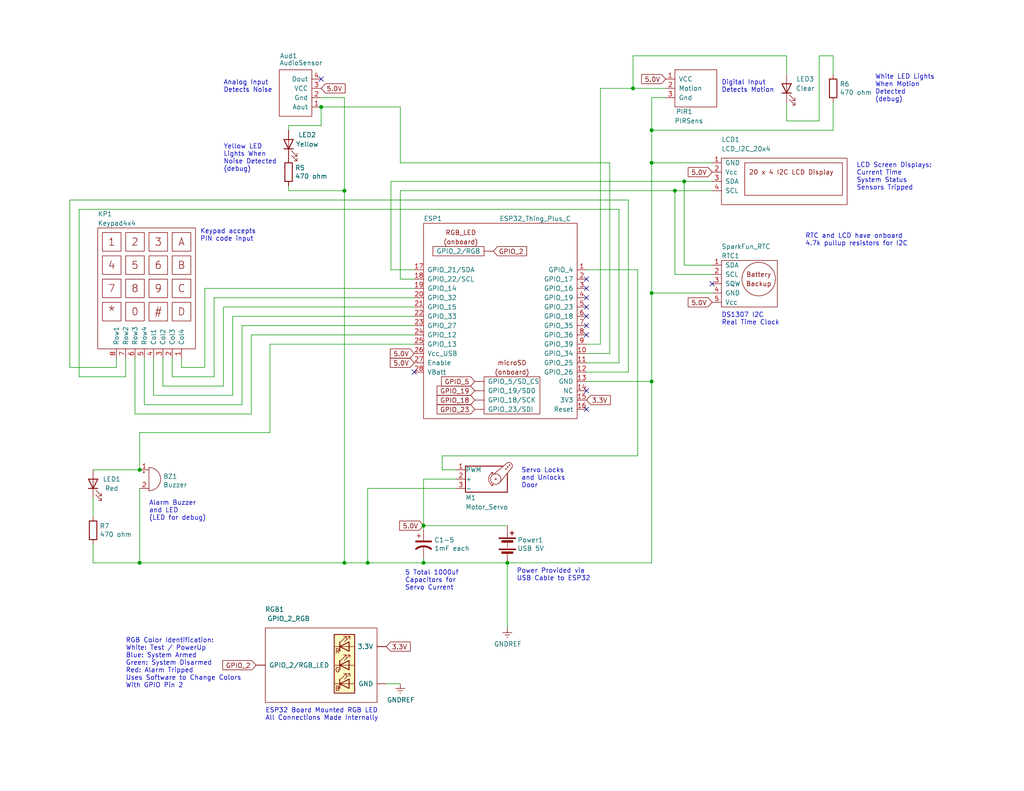
<source format=kicad_sch>
(kicad_sch (version 20230121) (generator eeschema)
  (paper "USLetter")
  (title_block (title "Embedded Systems ESP32 Powered Zone Alarm") (date "2021-12-05") (rev "1.0") (comment 2 "Dr. Bassem Alhalabi") (comment 3 "CDA4630 Embedded Systems") (comment 4 "Joel Brigida"))
  (lib_symbols
    (symbol "Device:Battery" (pin_numbers hide) (pin_names (offset 0) hide)
      (property "Reference" "BT" (at 2.54 2.54 0))
      (property "Value" "Battery" (at 2.54 0 0))
      (symbol "Battery_0_1"
        (rectangle (start -2.286 -1.27) (end 2.286 -1.524) (fill (type outline)))
        (rectangle (start -2.286 1.778) (end 2.286 1.524) (fill (type outline)))
        (rectangle (start -1.524 -2.032) (end 1.524 -2.54) (fill (type outline)))
        (rectangle (start -1.524 1.016) (end 1.524 0.508) (fill (type outline)))
        (polyline (pts (xy 0 -1.016) (xy 0 -0.762)))
        (polyline (pts (xy 0 -0.508) (xy 0 -0.254)))
        (polyline (pts (xy 0 0) (xy 0 0.254)))
        (polyline (pts (xy 0 1.778) (xy 0 2.54)))
        (polyline (pts (xy 0.762 3.048) (xy 1.778 3.048)) (stroke (width 0.254)))
        (polyline (pts (xy 1.27 3.556) (xy 1.27 2.54)) (stroke (width 0.254)))
      )
      (symbol "Battery_1_1"
        (pin passive line (at 0 5.08 270) (length 2.54) (name "+") (number "1"))
        (pin passive line (at 0 -5.08 90) (length 2.54) (name "-") (number "2"))
      )
    )
    (symbol "Device:Buzzer" (pin_names (offset 0.0254) hide)
      (property "Reference" "BZ" (at 3.81 1.27 0))
      (property "Value" "Buzzer" (at 3.81 -1.27 0))
      (symbol "Buzzer_0_1"
        (arc (start 0 -3.175) (mid 3.1612 0) (end 0 3.175))
        (polyline (pts (xy -1.651 1.905) (xy -1.143 1.905)))
        (polyline (pts (xy -1.397 2.159) (xy -1.397 1.651)))
        (polyline (pts (xy 0 3.175) (xy 0 -3.175)))
      )
      (symbol "Buzzer_1_1"
        (pin passive line (at -2.54 2.54 0) (length 2.54) (name "-") (number "1"))
        (pin passive line (at -2.54 -2.54 0) (length 2.54) (name "+") (number "2"))
      )
    )
    (symbol "Device:LED" (pin_numbers hide) (pin_names (offset 1.016) hide)
      (property "Reference" "D" (at 0 2.54 0))
      (property "Value" "LED" (at 0 -2.54 0))
      (symbol "LED_0_1"
        (polyline (pts (xy -1.27 -1.27) (xy -1.27 1.27)) (stroke (width 0.254)))
        (polyline (pts (xy -1.27 0) (xy 1.27 0)))
        (polyline (pts (xy 1.27 -1.27) (xy 1.27 1.27) (xy -1.27 0) (xy 1.27 -1.27)) (stroke (width 0.254)))
        (polyline (pts (xy -3.048 -0.762) (xy -4.572 -2.286) (xy -3.81 -2.286) (xy -4.572 -2.286) (xy -4.572 -1.524)))
        (polyline (pts (xy -1.778 -0.762) (xy -3.302 -2.286) (xy -2.54 -2.286) (xy -3.302 -2.286) (xy -3.302 -1.524)))
      )
      (symbol "LED_1_1"
        (pin passive line (at -3.81 0 0) (length 2.54) (name "K") (number "1"))
        (pin passive line (at 3.81 0 180) (length 2.54) (name "A") (number "2"))
      )
    )
    (symbol "Device:R" (pin_numbers hide) (pin_names (offset 0))
      (property "Reference" "R" (at 2.032 0 90))
      (property "Value" "R" (at 0 0 90))
      (symbol "R_0_1"
        (rectangle (start -1.016 -2.54) (end 1.016 2.54) (stroke (width 0.254)))
      )
      (symbol "R_1_1"
        (pin passive line (at 0 3.81 270) (length 1.27) (name "~") (number "1"))
        (pin passive line (at 0 -3.81 90) (length 1.27) (name "~") (number "2"))
      )
    )
    (symbol "Emb_ZoneAlarm-rescue:AudioSensor-audiosensor" (pin_names (offset 1.016))
      (property "Reference" "J" (at -5.08 7.62 0))
      (property "Value" "audiosensor_AudioSensor" (at -1.27 10.16 0))
      (symbol "AudioSensor-audiosensor_0_1"
        (rectangle (start -6.35 6.35) (end 2.54 -6.35))
      )
      (symbol "AudioSensor-audiosensor_1_1"
        (pin output line (at -8.89 3.81 0) (length 2.54) (name "Aout") (number "1"))
        (pin passive line (at -8.89 1.27 0) (length 2.54) (name "Gnd") (number "2"))
        (pin power_in line (at -8.89 -1.27 0) (length 2.54) (name "VCC") (number "3"))
        (pin output line (at -8.89 -3.81 0) (length 2.54) (name "Dout") (number "4"))
      )
    )
    (symbol "Emb_ZoneAlarm-rescue:CP1-Device" (pin_numbers hide) (pin_names (offset 0.254) hide)
      (property "Reference" "C" (at 0.635 2.54 0))
      (property "Value" "Device_CP1" (at 0.635 -2.54 0))
      (symbol "CP1-Device_0_1"
        (polyline (pts (xy -2.032 0.762) (xy 2.032 0.762)) (stroke (width 0.508)))
        (polyline (pts (xy -1.778 2.286) (xy -0.762 2.286)))
        (polyline (pts (xy -1.27 1.778) (xy -1.27 2.794)))
        (arc (start 2.032 -1.27) (mid 0 -0.5572) (end -2.032 -1.27) (stroke (width 0.508)))
      )
      (symbol "CP1-Device_1_1"
        (pin passive line (at 0 3.81 270) (length 2.794) (name "~") (number "1"))
        (pin passive line (at 0 -3.81 90) (length 3.302) (name "~") (number "2"))
      )
    )
    (symbol "Emb_ZoneAlarm-rescue:ESP32_Thing_Plus_C-esp32_thing_plus_c" (pin_names (offset 1.016))
      (property "Reference" "ESP" (at 0 27.94 0))
      (property "Value" "esp32_thing_plus_c_ESP32_Thing_Plus_C" (at 0 30.48 0))
      (symbol "ESP32_Thing_Plus_C-esp32_thing_plus_c_0_0"
        (rectangle (start -5.08 -16.51) (end 10.16 -26.67))
        (rectangle (start -5.08 16.51) (end -19.05 19.05))
        (text "(onboard)" (at -11.43 20.32 0) (effects (font (size 1.27 1.27))))
        (text "(onboard)" (at 2.54 -15.24 0) (effects (font (size 1.27 1.27))))
        (text "microSD" (at 2.54 -12.7 0) (effects (font (size 1.27 1.27))))
        (text "RGB_LED" (at -11.43 22.86 0) (effects (font (size 1.27 1.27))))
      )
      (symbol "ESP32_Thing_Plus_C-esp32_thing_plus_c_0_1"
        (rectangle (start -21.59 25.4) (end 20.32 -27.94))
      )
      (symbol "ESP32_Thing_Plus_C-esp32_thing_plus_c_1_1"
        (pin bidirectional line (at 22.86 12.7 180) (length 2.54) (name "GPIO_4") (number "1"))
        (pin bidirectional line (at 22.86 -10.16 180) (length 2.54) (name "GPIO_34") (number "10"))
        (pin bidirectional line (at 22.86 -12.7 180) (length 2.54) (name "GPIO_25") (number "11"))
        (pin bidirectional line (at 22.86 -15.24 180) (length 2.54) (name "GPIO_26") (number "12"))
        (pin bidirectional line (at 22.86 -17.78 180) (length 2.54) (name "GND") (number "13"))
        (pin bidirectional line (at 22.86 -20.32 180) (length 2.54) (name "NC") (number "14"))
        (pin bidirectional line (at 22.86 -22.86 180) (length 2.54) (name "3V3") (number "15"))
        (pin bidirectional line (at 22.86 -25.4 180) (length 2.54) (name "Reset") (number "16"))
        (pin bidirectional line (at -24.13 12.7 0) (length 2.54) (name "GPIO_21/SDA") (number "17"))
        (pin bidirectional line (at -24.13 10.16 0) (length 2.54) (name "GPIO_22/SCL") (number "18"))
        (pin bidirectional line (at -24.13 7.62 0) (length 2.54) (name "GPIO_14") (number "19"))
        (pin bidirectional line (at 22.86 10.16 180) (length 2.54) (name "GPIO_17") (number "2"))
        (pin bidirectional line (at -24.13 5.08 0) (length 2.54) (name "GPIO_32") (number "20"))
        (pin bidirectional line (at -24.13 2.54 0) (length 2.54) (name "GPIO_15") (number "21"))
        (pin bidirectional line (at -24.13 0 0) (length 2.54) (name "GPIO_33") (number "22"))
        (pin bidirectional line (at -24.13 -2.54 0) (length 2.54) (name "GPIO_27") (number "23"))
        (pin bidirectional line (at -24.13 -5.08 0) (length 2.54) (name "GPIO_12") (number "24"))
        (pin bidirectional line (at -24.13 -7.62 0) (length 2.54) (name "GPIO_13") (number "25"))
        (pin bidirectional line (at -24.13 -10.16 0) (length 2.54) (name "Vcc_USB") (number "26"))
        (pin bidirectional line (at -24.13 -12.7 0) (length 2.54) (name "Enable") (number "27"))
        (pin bidirectional line (at -24.13 -15.24 0) (length 2.54) (name "VBatt") (number "28"))
        (pin bidirectional line (at 22.86 7.62 180) (length 2.54) (name "GPIO_16") (number "3"))
        (pin bidirectional line (at 22.86 5.08 180) (length 2.54) (name "GPIO_19") (number "4"))
        (pin bidirectional line (at 22.86 2.54 180) (length 2.54) (name "GPIO_23") (number "5"))
        (pin bidirectional line (at 22.86 0 180) (length 2.54) (name "GPIO_18") (number "6"))
        (pin bidirectional line (at 22.86 -2.54 180) (length 2.54) (name "GPIO_35") (number "7"))
        (pin bidirectional line (at 22.86 -5.08 180) (length 2.54) (name "GPIO_36") (number "8"))
        (pin bidirectional line (at 22.86 -7.62 180) (length 2.54) (name "GPIO_39") (number "9"))
        (pin bidirectional line (at -7.62 -22.86 0) (length 2.54) (name "GPIO_18/SCK") (number "~"))
        (pin bidirectional line (at -7.62 -20.32 0) (length 2.54) (name "GPIO_19/SD0") (number "~"))
        (pin bidirectional line (at -2.54 17.78 180) (length 2.54) (name "GPIO_2/RGB") (number "~"))
        (pin bidirectional line (at -7.62 -25.4 0) (length 2.54) (name "GPIO_23/SDI") (number "~"))
        (pin bidirectional line (at -7.62 -17.78 0) (length 2.54) (name "GPIO_5/SD_CS") (number "~"))
      )
    )
    (symbol "Emb_ZoneAlarm-rescue:GPIO_2_RGB-gpio_2_rgb" (pin_names (offset 1.016))
      (property "Reference" "RGB" (at -13.97 12.7 0))
      (property "Value" "gpio_2_rgb_GPIO_2_RGB" (at -10.16 15.24 0))
      (symbol "GPIO_2_RGB-gpio_2_rgb_0_1"
        (rectangle (start -16.51 10.16) (end 13.97 -10.16))
      )
      (symbol "GPIO_2_RGB-gpio_2_rgb_1_1"
        (polyline (pts (xy 3.81 -5.08) (xy 2.54 -5.08)))
        (polyline (pts (xy 3.81 -5.08) (xy 6.35 -5.08)))
        (polyline (pts (xy 3.81 -3.81) (xy 3.81 -6.35)) (stroke (width 0.254)))
        (polyline (pts (xy 3.81 0) (xy 2.54 0)))
        (polyline (pts (xy 3.81 1.27) (xy 3.81 -1.27)) (stroke (width 0.254)))
        (polyline (pts (xy 3.81 5.08) (xy 2.54 5.08)))
        (polyline (pts (xy 3.81 5.08) (xy 6.35 5.08)))
        (polyline (pts (xy 3.81 6.35) (xy 3.81 3.81)) (stroke (width 0.254)))
        (polyline (pts (xy 6.35 -5.08) (xy 7.62 -5.08)))
        (polyline (pts (xy 6.35 0) (xy 3.81 0)))
        (polyline (pts (xy 6.35 0) (xy 7.62 0)))
        (polyline (pts (xy 6.35 5.08) (xy 7.62 5.08)))
        (polyline (pts (xy 3.81 1.27) (xy 3.81 -1.27) (xy 3.81 -1.27)))
        (polyline (pts (xy 3.81 6.35) (xy 3.81 3.81) (xy 3.81 3.81)))
        (polyline (pts (xy 6.35 -3.81) (xy 6.35 -6.35) (xy 3.81 -5.08) (xy 6.35 -3.81)) (stroke (width 0.254)))
        (polyline (pts (xy 6.35 1.27) (xy 6.35 -1.27) (xy 3.81 0) (xy 6.35 1.27)) (stroke (width 0.254)))
        (polyline (pts (xy 6.35 6.35) (xy 6.35 3.81) (xy 3.81 5.08) (xy 6.35 6.35)) (stroke (width 0.254)))
        (polyline (pts (xy 4.064 -3.81) (xy 5.588 -2.286) (xy 4.826 -2.286) (xy 5.588 -2.286) (xy 5.588 -3.048)))
        (polyline (pts (xy 4.064 1.27) (xy 5.588 2.794) (xy 4.826 2.794) (xy 5.588 2.794) (xy 5.588 2.032)))
        (polyline (pts (xy 4.064 6.35) (xy 5.588 7.874) (xy 4.826 7.874) (xy 5.588 7.874) (xy 5.588 7.112)))
        (polyline (pts (xy 5.08 -3.81) (xy 6.604 -2.286) (xy 5.842 -2.286) (xy 6.604 -2.286) (xy 6.604 -3.048)))
        (polyline (pts (xy 5.08 1.27) (xy 6.604 2.794) (xy 5.842 2.794) (xy 6.604 2.794) (xy 6.604 2.032)))
        (polyline (pts (xy 5.08 6.35) (xy 6.604 7.874) (xy 5.842 7.874) (xy 6.604 7.874) (xy 6.604 7.112)))
        (rectangle (start 6.35 -1.27) (end 6.35 1.27))
        (rectangle (start 6.35 1.27) (end 6.35 1.27))
        (rectangle (start 6.35 3.81) (end 6.35 6.35))
        (rectangle (start 6.35 6.35) (end 6.35 6.35))
        (rectangle (start 7.874 8.382) (end 2.286 -7.62) (stroke (width 0.254)) (fill (type background)))
        (text "B" (at 3.175 -6.35 0) (effects (font (size 1.27 1.27))))
        (text "G" (at 3.175 -1.27 0) (effects (font (size 1.27 1.27))))
        (text "R" (at 3.175 3.81 0) (effects (font (size 1.27 1.27))))
        (pin passive line (at 16.51 5.08 180) (length 2.54) (name "3.3V") (number "~"))
        (pin passive line (at 16.51 -5.08 180) (length 2.54) (name "GND") (number "~"))
        (pin passive line (at -19.05 0 0) (length 2.54) (name "GPIO_2/RGB_LED") (number "~"))
      )
    )
    (symbol "Emb_ZoneAlarm-rescue:Keypad4x4-keypad4x4" (pin_names (offset 1.016))
      (property "Reference" "KP" (at -5.08 1.27 0))
      (property "Value" "keypad4x4_Keypad4x4" (at -1.27 3.81 0))
      (symbol "Keypad4x4-keypad4x4_0_0"
        (rectangle (start -12.7 -20.32) (end -7.62 -25.4))
        (rectangle (start -12.7 -13.97) (end -7.62 -19.05))
        (rectangle (start -12.7 -7.62) (end -7.62 -12.7))
        (rectangle (start -12.7 -1.27) (end -7.62 -6.35))
        (rectangle (start -6.35 -20.32) (end -1.27 -25.4))
        (rectangle (start -6.35 -13.97) (end -1.27 -19.05))
        (rectangle (start -6.35 -7.62) (end -1.27 -12.7))
        (rectangle (start -6.35 -1.27) (end -1.27 -6.35))
        (rectangle (start 0 -20.32) (end 5.08 -25.4))
        (rectangle (start 0 -13.97) (end 5.08 -19.05))
        (rectangle (start 0 -7.62) (end 5.08 -12.7))
        (rectangle (start 0 -1.27) (end 5.08 -6.35))
        (rectangle (start 6.35 -20.32) (end 11.43 -25.4))
        (rectangle (start 6.35 -13.97) (end 11.43 -19.05))
        (rectangle (start 6.35 -7.62) (end 11.43 -12.7))
        (rectangle (start 6.35 -1.27) (end 11.43 -6.35))
        (text "#" (at 2.54 -22.86 0) (effects (font (size 2.0066 2.0066))))
        (text "*" (at -10.16 -22.86 0) (effects (font (size 2.9972 2.9972))))
        (text "0" (at -3.81 -22.86 0) (effects (font (size 2.0066 2.0066))))
        (text "1" (at -10.16 -3.81 0) (effects (font (size 2.0066 2.0066))))
        (text "2" (at -3.81 -3.81 0) (effects (font (size 2.0066 2.0066))))
        (text "3" (at 2.54 -3.81 0) (effects (font (size 2.0066 2.0066))))
        (text "4" (at -10.16 -10.16 0) (effects (font (size 2.0066 2.0066))))
        (text "5" (at -3.81 -10.16 0) (effects (font (size 2.0066 2.0066))))
        (text "6" (at 2.54 -10.16 0) (effects (font (size 2.0066 2.0066))))
        (text "7" (at -10.16 -16.51 0) (effects (font (size 2.0066 2.0066))))
        (text "8" (at -3.81 -16.51 0) (effects (font (size 2.0066 2.0066))))
        (text "9" (at 2.54 -16.51 0) (effects (font (size 2.0066 2.0066))))
        (text "A" (at 8.89 -3.81 0) (effects (font (size 2.0066 2.0066))))
        (text "B" (at 8.89 -10.16 0) (effects (font (size 2.0066 2.0066))))
        (text "C" (at 8.89 -16.51 0) (effects (font (size 2.0066 2.0066))))
        (text "D" (at 8.89 -22.86 0) (effects (font (size 2.0066 2.0066))))
      )
      (symbol "Keypad4x4-keypad4x4_0_1"
        (rectangle (start -13.97 0) (end 12.7 -33.02))
      )
      (symbol "Keypad4x4-keypad4x4_1_1"
        (pin input line (at 8.89 -35.56 90) (length 2.54) (name "Col4") (number "1"))
        (pin input line (at 6.35 -35.56 90) (length 2.54) (name "Col3") (number "2"))
        (pin input line (at 3.81 -35.56 90) (length 2.54) (name "Col2") (number "3"))
        (pin input line (at 1.27 -35.56 90) (length 2.54) (name "Col1") (number "4"))
        (pin input line (at -1.27 -35.56 90) (length 2.54) (name "Row4") (number "5"))
        (pin input line (at -3.81 -35.56 90) (length 2.54) (name "Row3") (number "6"))
        (pin input line (at -6.35 -35.56 90) (length 2.54) (name "Row2") (number "7"))
        (pin input line (at -8.89 -35.56 90) (length 2.54) (name "Row1") (number "8"))
      )
    )
    (symbol "Emb_ZoneAlarm-rescue:LCD_I2C_20x4-lcd_i2c_20x4" (pin_names (offset 1.016))
      (property "Reference" "LCD" (at 0 0 0))
      (property "Value" "lcd_i2c_20x4_LCD_I2C_20x4" (at 1.27 2.54 0))
      (symbol "LCD_I2C_20x4-lcd_i2c_20x4_0_0"
        (rectangle (start -8.89 -1.27) (end 25.4 -13.97))
        (rectangle (start -2.54 -2.54) (end 24.13 -11.43))
        (text "20 x 4 I2C LCD Display" (at 10.16 -5.08 0) (effects (font (size 1.27 1.27))))
      )
      (symbol "LCD_I2C_20x4-lcd_i2c_20x4_1_1"
        (pin bidirectional line (at -11.43 -2.54 0) (length 2.54) (name "GND") (number "1"))
        (pin bidirectional line (at -11.43 -5.08 0) (length 2.54) (name "Vcc") (number "2"))
        (pin bidirectional line (at -11.43 -7.62 0) (length 2.54) (name "SDA") (number "3"))
        (pin bidirectional line (at -11.43 -10.16 0) (length 2.54) (name "SCL") (number "4"))
      )
    )
    (symbol "Emb_ZoneAlarm-rescue:PIRSens-pirsens" (pin_names (offset 1.016))
      (property "Reference" "J" (at -1.27 0 0))
      (property "Value" "pirsens_PIRSens" (at 0 2.54 0))
      (symbol "PIRSens-pirsens_0_1"
        (rectangle (start -3.81 -1.27) (end 7.62 -11.43))
      )
      (symbol "PIRSens-pirsens_1_1"
        (pin power_in line (at -6.35 -3.81 0) (length 2.54) (name "VCC") (number "1"))
        (pin output line (at -6.35 -6.35 0) (length 2.54) (name "Motion") (number "2"))
        (pin passive line (at -6.35 -8.89 0) (length 2.54) (name "Gnd") (number "3"))
      )
    )
    (symbol "Emb_ZoneAlarm-rescue:SparkFun_RTC-sparkfun_rtc" (pin_names (offset 1.016))
      (property "Reference" "RTC" (at 0 0 0))
      (property "Value" "sparkfun_rtc_SparkFun_RTC" (at 1.27 2.54 0))
      (symbol "SparkFun_RTC-sparkfun_rtc_0_0"
        (rectangle (start -2.54 -1.27) (end 12.7 -13.97))
        (text "Backup" (at 7.62 -7.62 0) (effects (font (size 1.27 1.27))))
        (text "Battery" (at 7.62 -5.08 0) (effects (font (size 1.27 1.27))))
      )
      (symbol "SparkFun_RTC-sparkfun_rtc_0_1"
        (circle (center 7.62 -6.35) (radius 4.572))
      )
      (symbol "SparkFun_RTC-sparkfun_rtc_1_1"
        (pin bidirectional line (at -5.08 -2.54 0) (length 2.54) (name "SDA") (number "1"))
        (pin bidirectional line (at -5.08 -5.08 0) (length 2.54) (name "SCL") (number "2"))
        (pin bidirectional line (at -5.08 -7.62 0) (length 2.54) (name "SQW") (number "3"))
        (pin bidirectional line (at -5.08 -10.16 0) (length 2.54) (name "GND") (number "4"))
        (pin bidirectional line (at -5.08 -12.7 0) (length 2.54) (name "Vcc") (number "5"))
      )
    )
    (symbol "Motor:Motor_Servo" (pin_names (offset 0.0254))
      (property "Reference" "M" (at -5.08 4.445 0))
      (property "Value" "Motor_Servo" (at -5.08 -4.064 0))
      (symbol "Motor_Servo_0_1"
        (polyline (pts (xy 2.413 -1.778) (xy 2.032 -1.778)))
        (polyline (pts (xy 2.413 -1.778) (xy 2.286 -1.397)))
        (polyline (pts (xy 2.413 1.778) (xy 1.905 1.778)))
        (polyline (pts (xy 2.413 1.778) (xy 2.286 1.397)))
        (polyline (pts (xy 6.35 4.445) (xy 2.54 1.27)))
        (polyline (pts (xy 7.62 3.175) (xy 4.191 -1.016)))
        (polyline (pts (xy 5.08 3.556) (xy -5.08 3.556) (xy -5.08 -3.556) (xy 6.35 -3.556) (xy 6.35 1.524)) (stroke (width 0.254)))
        (arc (start 2.413 1.778) (mid 1.2406 0) (end 2.413 -1.778))
        (circle (center 3.175 0) (radius 0.1778))
        (circle (center 3.175 0) (radius 1.4224))
        (circle (center 5.969 2.794) (radius 0.127))
        (circle (center 6.477 3.302) (radius 0.127))
        (circle (center 6.985 3.81) (radius 0.127))
        (arc (start 7.62 3.175) (mid 7.4485 4.2735) (end 6.35 4.445))
      )
      (symbol "Motor_Servo_1_1"
        (pin passive line (at -7.62 2.54 0) (length 2.54) (name "PWM") (number "1"))
        (pin passive line (at -7.62 0 0) (length 2.54) (name "+") (number "2"))
        (pin passive line (at -7.62 -2.54 0) (length 2.54) (name "-") (number "3"))
      )
    )
    (symbol "power:GNDREF" (power) (pin_names (offset 0))
      (property "Value" "GNDREF" (at 0 -3.81 0))
      (symbol "GNDREF_0_1"
        (polyline (pts (xy -0.635 -1.905) (xy 0.635 -1.905)))
        (polyline (pts (xy -0.127 -2.54) (xy 0.127 -2.54)))
        (polyline (pts (xy 0 -1.27) (xy 0 0)))
        (polyline (pts (xy 1.27 -1.27) (xy -1.27 -1.27)))
      )
      (symbol "GNDREF_1_1"
        (pin power_in line (at 0 0 270) (length 0) hide (name "GNDREF") (number "1"))
      )
    )
  )
  (junction (at 93.98 153.67))
  (junction (at 138.43 153.67))
  (junction (at 100.33 153.67))
  (junction (at 115.57 143.51))
  (junction (at 87.63 29.21))
  (junction (at 184.15 52.07))
  (junction (at 177.8 80.01))
  (junction (at 177.8 44.45))
  (junction (at 115.57 153.67))
  (junction (at 177.8 104.14))
  (junction (at 93.98 52.07))
  (junction (at 38.1 128.27))
  (junction (at 38.1 153.67))
  (junction (at 177.8 35.56))
  (junction (at 172.72 24.13))
  (junction (at 186.69 49.53))
  (no_connect (at 194.31 77.47))
  (no_connect (at 113.03 101.6))
  (no_connect (at 160.02 106.68))
  (no_connect (at 160.02 78.74))
  (no_connect (at 160.02 91.44))
  (no_connect (at 160.02 76.2))
  (no_connect (at 160.02 81.28))
  (no_connect (at 87.63 21.59))
  (no_connect (at 160.02 111.76))
  (no_connect (at 160.02 88.9))
  (no_connect (at 160.02 83.82))
  (no_connect (at 160.02 86.36))
  (wire (pts (xy 115.57 153.67) (xy 138.43 153.67)))
  (wire (pts (xy 160.02 101.6) (xy 171.45 101.6)))
  (wire (pts (xy 63.5 86.36) (xy 63.5 107.95)))
  (wire (pts (xy 214.63 15.24) (xy 214.63 20.32)))
  (wire (pts (xy 41.91 107.95) (xy 41.91 97.79)))
  (wire (pts (xy 113.03 83.82) (xy 60.96 83.82)))
  (wire (pts (xy 63.5 107.95) (xy 41.91 107.95)))
  (wire (pts (xy 106.68 73.66) (xy 106.68 49.53)))
  (wire (pts (xy 31.75 100.33) (xy 31.75 97.79)))
  (wire (pts (xy 194.31 72.39) (xy 186.69 72.39)))
  (wire (pts (xy 227.33 27.94) (xy 227.33 35.56)))
  (wire (pts (xy 68.58 113.03) (xy 36.83 113.03)))
  (wire (pts (xy 194.31 74.93) (xy 184.15 74.93)))
  (wire (pts (xy 44.45 105.41) (xy 44.45 97.79)))
  (wire (pts (xy 214.63 27.94) (xy 214.63 33.02)))
  (wire (pts (xy 25.4 153.67) (xy 25.4 148.59)))
  (wire (pts (xy 113.03 81.28) (xy 58.42 81.28)))
  (wire (pts (xy 115.57 143.51) (xy 115.57 144.78)))
  (wire (pts (xy 115.57 143.51) (xy 138.43 143.51)))
  (wire (pts (xy 172.72 24.13) (xy 181.61 24.13)))
  (wire (pts (xy 87.63 29.21) (xy 87.63 34.29)))
  (wire (pts (xy 73.66 118.11) (xy 73.66 93.98)))
  (wire (pts (xy 93.98 52.07) (xy 93.98 153.67)))
  (wire (pts (xy 120.65 124.46) (xy 173.99 124.46)))
  (wire (pts (xy 78.74 52.07) (xy 93.98 52.07)))
  (wire (pts (xy 177.8 80.01) (xy 177.8 104.14)))
  (wire (pts (xy 38.1 133.35) (xy 38.1 153.67)))
  (wire (pts (xy 100.33 153.67) (xy 100.33 133.35)))
  (wire (pts (xy 163.83 24.13) (xy 172.72 24.13)))
  (wire (pts (xy 163.83 24.13) (xy 163.83 93.98)))
  (wire (pts (xy 106.68 73.66) (xy 113.03 73.66)))
  (wire (pts (xy 21.59 57.15) (xy 21.59 102.87)))
  (wire (pts (xy 115.57 143.51) (xy 115.57 130.81)))
  (wire (pts (xy 100.33 153.67) (xy 93.98 153.67)))
  (wire (pts (xy 87.63 26.67) (xy 93.98 26.67)))
  (wire (pts (xy 194.31 44.45) (xy 177.8 44.45)))
  (wire (pts (xy 214.63 33.02) (xy 223.52 33.02)))
  (wire (pts (xy 186.69 49.53) (xy 194.31 49.53)))
  (wire (pts (xy 227.33 35.56) (xy 177.8 35.56)))
  (wire (pts (xy 166.37 96.52) (xy 166.37 44.45)))
  (wire (pts (xy 138.43 153.67) (xy 138.43 171.45)))
  (wire (pts (xy 181.61 26.67) (xy 177.8 26.67)))
  (wire (pts (xy 66.04 110.49) (xy 39.37 110.49)))
  (wire (pts (xy 186.69 49.53) (xy 186.69 72.39)))
  (wire (pts (xy 73.66 93.98) (xy 113.03 93.98)))
  (wire (pts (xy 223.52 33.02) (xy 223.52 15.24)))
  (wire (pts (xy 160.02 99.06) (xy 168.91 99.06)))
  (wire (pts (xy 34.29 102.87) (xy 34.29 97.79)))
  (wire (pts (xy 109.22 76.2) (xy 109.22 52.07)))
  (wire (pts (xy 124.46 128.27) (xy 120.65 128.27)))
  (wire (pts (xy 49.53 100.33) (xy 49.53 97.79)))
  (wire (pts (xy 160.02 104.14) (xy 177.8 104.14)))
  (wire (pts (xy 38.1 128.27) (xy 38.1 118.11)))
  (wire (pts (xy 172.72 15.24) (xy 172.72 24.13)))
  (wire (pts (xy 172.72 15.24) (xy 214.63 15.24)))
  (wire (pts (xy 93.98 26.67) (xy 93.98 52.07)))
  (wire (pts (xy 163.83 93.98) (xy 160.02 93.98)))
  (wire (pts (xy 109.22 44.45) (xy 109.22 29.21)))
  (wire (pts (xy 109.22 44.45) (xy 166.37 44.45)))
  (wire (pts (xy 177.8 44.45) (xy 177.8 80.01)))
  (wire (pts (xy 109.22 29.21) (xy 87.63 29.21)))
  (wire (pts (xy 115.57 153.67) (xy 115.57 152.4)))
  (wire (pts (xy 106.68 49.53) (xy 186.69 49.53)))
  (wire (pts (xy 173.99 124.46) (xy 173.99 73.66)))
  (wire (pts (xy 177.8 80.01) (xy 194.31 80.01)))
  (wire (pts (xy 58.42 102.87) (xy 46.99 102.87)))
  (wire (pts (xy 160.02 73.66) (xy 173.99 73.66)))
  (wire (pts (xy 38.1 153.67) (xy 25.4 153.67)))
  (wire (pts (xy 46.99 102.87) (xy 46.99 97.79)))
  (wire (pts (xy 25.4 128.27) (xy 38.1 128.27)))
  (wire (pts (xy 19.05 54.61) (xy 19.05 100.33)))
  (wire (pts (xy 68.58 91.44) (xy 68.58 113.03)))
  (wire (pts (xy 19.05 54.61) (xy 171.45 54.61)))
  (wire (pts (xy 113.03 86.36) (xy 63.5 86.36)))
  (wire (pts (xy 78.74 34.29) (xy 78.74 35.56)))
  (wire (pts (xy 138.43 153.67) (xy 177.8 153.67)))
  (wire (pts (xy 109.22 76.2) (xy 113.03 76.2)))
  (wire (pts (xy 100.33 133.35) (xy 124.46 133.35)))
  (wire (pts (xy 66.04 88.9) (xy 66.04 110.49)))
  (wire (pts (xy 113.03 88.9) (xy 66.04 88.9)))
  (wire (pts (xy 38.1 118.11) (xy 73.66 118.11)))
  (wire (pts (xy 55.88 78.74) (xy 55.88 100.33)))
  (wire (pts (xy 171.45 101.6) (xy 171.45 54.61)))
  (wire (pts (xy 38.1 153.67) (xy 93.98 153.67)))
  (wire (pts (xy 177.8 26.67) (xy 177.8 35.56)))
  (wire (pts (xy 160.02 96.52) (xy 166.37 96.52)))
  (wire (pts (xy 168.91 99.06) (xy 168.91 57.15)))
  (wire (pts (xy 60.96 105.41) (xy 44.45 105.41)))
  (wire (pts (xy 25.4 135.89) (xy 25.4 140.97)))
  (wire (pts (xy 19.05 100.33) (xy 31.75 100.33)))
  (wire (pts (xy 58.42 81.28) (xy 58.42 102.87)))
  (wire (pts (xy 177.8 104.14) (xy 177.8 153.67)))
  (wire (pts (xy 87.63 34.29) (xy 78.74 34.29)))
  (wire (pts (xy 105.41 186.69) (xy 109.22 186.69)))
  (wire (pts (xy 21.59 57.15) (xy 168.91 57.15)))
  (wire (pts (xy 115.57 130.81) (xy 124.46 130.81)))
  (wire (pts (xy 36.83 97.79) (xy 36.83 113.03)))
  (wire (pts (xy 227.33 15.24) (xy 227.33 20.32)))
  (wire (pts (xy 39.37 110.49) (xy 39.37 97.79)))
  (wire (pts (xy 177.8 35.56) (xy 177.8 44.45)))
  (wire (pts (xy 184.15 52.07) (xy 184.15 74.93)))
  (wire (pts (xy 55.88 100.33) (xy 49.53 100.33)))
  (wire (pts (xy 113.03 91.44) (xy 68.58 91.44)))
  (wire (pts (xy 100.33 153.67) (xy 115.57 153.67)))
  (wire (pts (xy 78.74 50.8) (xy 78.74 52.07)))
  (wire (pts (xy 120.65 128.27) (xy 120.65 124.46)))
  (wire (pts (xy 184.15 52.07) (xy 194.31 52.07)))
  (wire (pts (xy 60.96 83.82) (xy 60.96 105.41)))
  (wire (pts (xy 223.52 15.24) (xy 227.33 15.24)))
  (wire (pts (xy 109.22 52.07) (xy 184.15 52.07)))
  (wire (pts (xy 113.03 78.74) (xy 55.88 78.74)))
  (wire (pts (xy 21.59 102.87) (xy 34.29 102.87)))
  (text "RGB Color Identification:\nWhite: Test / PowerUp\nBlue: System Armed\nGreen: System Disarmed\nRed: Alarm Tripped\nUses Software to Change Colors\nWith GPIO Pin 2" (at 34.29 187.96 0) (effects (font (size 1.27 1.27)) (justify left bottom)))
  (text "Power Provided via\nUSB Cable to ESP32" (at 140.97 158.75 0) (effects (font (size 1.27 1.27)) (justify left bottom)))
  (text "RTC and LCD have onboard \n4.7k pullup resistors for I2C" (at 219.71 67.31 0) (effects (font (size 1.27 1.27)) (justify left bottom)))
  (text "ESP32 Board Mounted RGB LED\nAll Connections Made Internally" (at 72.39 196.85 0) (effects (font (size 1.27 1.27)) (justify left bottom)))
  (text "Analog Input\nDetects Noise" (at 60.96 25.4 0) (effects (font (size 1.27 1.27)) (justify left bottom)))
  (text "White LED Lights\nWhen Motion\nDetected\n(debug)" (at 238.76 27.94 0) (effects (font (size 1.27 1.27)) (justify left bottom)))
  (text "LCD Screen Displays:\nCurrent Time\nSystem Status\nSensors Tripped" (at 233.68 52.07 0) (effects (font (size 1.27 1.27)) (justify left bottom)))
  (text "DS1307 I2C\nReal Time Clock\n" (at 196.85 88.9 0) (effects (font (size 1.27 1.27)) (justify left bottom)))
  (text "Servo Locks\nand Unlocks\nDoor" (at 142.24 133.35 0) (effects (font (size 1.27 1.27)) (justify left bottom)))
  (text "Digital Input\nDetects Motion" (at 196.85 25.4 0) (effects (font (size 1.27 1.27)) (justify left bottom)))
  (text "Yellow LED\nLights When\nNoise Detected\n(debug)" (at 60.96 46.99 0) (effects (font (size 1.27 1.27)) (justify left bottom)))
  (text "Alarm Buzzer\nand LED\n(LED for debug)" (at 40.64 142.24 0) (effects (font (size 1.27 1.27)) (justify left bottom)))
  (text "Keypad accepts\nPIN code input" (at 54.61 66.04 0) (effects (font (size 1.27 1.27)) (justify left bottom)))
  (text "5 Total 1000uf\nCapacitors for\nServo Current" (at 110.49 161.29 0) (effects (font (size 1.27 1.27)) (justify left bottom)))
  (global_label "GPIO_18" (shape input) (at 129.54 109.22 180) (property "Intersheetrefs" "${INTERSHEET_REFS}" (effects hide)))
  (global_label "GPIO_2" (shape input) (at 134.62 68.58 0) (property "Intersheetrefs" "${INTERSHEET_REFS}" (effects hide)))
  (global_label "3.3V" (shape input) (at 105.41 176.53 0) (property "Intersheetrefs" "${INTERSHEET_REFS}" (effects hide)))
  (global_label "5.0V" (shape input) (at 115.57 143.51 180) (property "Intersheetrefs" "${INTERSHEET_REFS}" (effects hide)))
  (global_label "GPIO_5" (shape input) (at 129.54 104.14 180) (property "Intersheetrefs" "${INTERSHEET_REFS}" (effects hide)))
  (global_label "GPIO_2" (shape input) (at 69.85 181.61 180) (property "Intersheetrefs" "${INTERSHEET_REFS}" (effects hide)))
  (global_label "5.0V" (shape input) (at 113.03 99.06 180) (property "Intersheetrefs" "${INTERSHEET_REFS}" (effects hide)))
  (global_label "5.0V" (shape input) (at 113.03 96.52 180) (property "Intersheetrefs" "${INTERSHEET_REFS}" (effects hide)))
  (global_label "5.0V" (shape input) (at 194.31 46.99 180) (property "Intersheetrefs" "${INTERSHEET_REFS}" (effects hide)))
  (global_label "GPIO_23" (shape input) (at 129.54 111.76 180) (property "Intersheetrefs" "${INTERSHEET_REFS}" (effects hide)))
  (global_label "5.0V" (shape input) (at 87.63 24.13 0) (property "Intersheetrefs" "${INTERSHEET_REFS}" (effects hide)))
  (global_label "5.0V" (shape input) (at 181.61 21.59 180) (property "Intersheetrefs" "${INTERSHEET_REFS}" (effects hide)))
  (global_label "3.3V" (shape input) (at 160.02 109.22 0) (property "Intersheetrefs" "${INTERSHEET_REFS}" (effects hide)))
  (global_label "GPIO_19" (shape input) (at 129.54 106.68 180) (property "Intersheetrefs" "${INTERSHEET_REFS}" (effects hide)))
  (global_label "5.0V" (shape input) (at 194.31 82.55 180) (property "Intersheetrefs" "${INTERSHEET_REFS}" (effects hide)))
  (symbol (lib_id "Device:Battery") (at 138.43 148.59 0) (unit 1)
    (property "Reference" "Power1" (at 141.1732 147.4216 0) (effects (justify left)))
    (property "Value" "USB 5V" (at 141.1732 149.733 0) (effects (justify left)))
  )
  (symbol (lib_id "Emb_ZoneAlarm-rescue:CP1-Device") (at 115.57 148.59 0) (unit 1)
    (property "Reference" "C1-5" (at 118.491 147.4216 0) (effects (justify left)))
    (property "Value" "1mF each" (at 118.491 149.733 0) (effects (justify left)))
  )
  (symbol (lib_id "Device:LED") (at 25.4 132.08 90) (unit 1)
    (property "Reference" "LED1" (at 30.48 130.81 90))
    (property "Value" "Red" (at 30.48 133.35 90))
  )
  (symbol (lib_id "Device:LED") (at 214.63 24.13 90) (unit 1)
    (property "Reference" "LED3" (at 219.71 21.59 90))
    (property "Value" "Clear" (at 219.71 24.13 90))
  )
  (symbol (lib_id "Device:LED") (at 78.74 39.37 90) (unit 1)
    (property "Reference" "LED2" (at 83.82 36.83 90))
    (property "Value" "Yellow" (at 83.82 39.37 90))
  )
  (symbol (lib_id "Device:R") (at 78.74 46.99 0) (unit 1)
    (property "Reference" "R5" (at 80.518 45.8216 0) (effects (justify left)))
    (property "Value" "470 ohm" (at 80.518 48.133 0) (effects (justify left)))
  )
  (symbol (lib_id "Device:R") (at 227.33 24.13 0) (unit 1)
    (property "Reference" "R6" (at 229.108 22.9616 0) (effects (justify left)))
    (property "Value" "470 ohm" (at 229.108 25.273 0) (effects (justify left)))
  )
  (symbol (lib_id "Device:R") (at 25.4 144.78 0) (unit 1)
    (property "Reference" "R7" (at 27.178 143.6116 0) (effects (justify left)))
    (property "Value" "470 ohm" (at 27.178 145.923 0) (effects (justify left)))
  )
  (symbol (lib_id "Motor:Motor_Servo") (at 132.08 130.81 0) (unit 1)
    (property "Reference" "M1" (at 127 135.89 0) (effects (justify left)))
    (property "Value" "Motor_Servo" (at 127 138.43 0) (effects (justify left)))
    (property "Datasheet" "http://forums.parallax.com/uploads/attachments/46831/74481.png" (effects hide))
  )
  (symbol (lib_id "Emb_ZoneAlarm-rescue:SparkFun_RTC-sparkfun_rtc") (at 199.39 69.85 0) (unit 1)
    (property "Reference" "RTC1" (at 196.85 69.85 0) (effects (justify left)))
    (property "Value" "SparkFun_RTC" (at 196.85 67.31 0) (effects (justify left)))
  )
  (symbol (lib_id "power:GNDREF") (at 138.43 171.45 0) (unit 1)
    (property "Reference" "#PWR01" (effects hide))
    (property "Value" "GNDREF" (at 138.557 175.8442 0))
  )
  (symbol (lib_id "Emb_ZoneAlarm-rescue:Keypad4x4-keypad4x4") (at 40.64 62.23 0) (unit 1)
    (property "Reference" "KP1" (at 26.67 58.42 0) (effects (justify left)))
    (property "Value" "Keypad4x4" (at 26.67 60.96 0) (effects (justify left)))
  )
  (symbol (lib_id "Emb_ZoneAlarm-rescue:LCD_I2C_20x4-lcd_i2c_20x4") (at 205.74 41.91 0) (unit 1)
    (property "Reference" "LCD1" (at 196.85 38.1 0) (effects (justify left)))
    (property "Value" "LCD_I2C_20x4" (at 196.85 40.64 0) (effects (justify left)))
  )
  (symbol (lib_id "Emb_ZoneAlarm-rescue:AudioSensor-audiosensor") (at 78.74 25.4 180) (unit 1)
    (property "Reference" "Aud1" (at 78.74 15.24 0))
    (property "Value" "AudioSensor" (at 82.1182 17.1704 0))
  )
  (symbol (lib_id "Emb_ZoneAlarm-rescue:PIRSens-pirsens") (at 187.96 17.78 0) (unit 1)
    (property "Reference" "PIR1" (at 186.69 30.48 0))
    (property "Value" "PIRSens" (at 187.96 33.02 0))
  )
  (symbol (lib_id "Device:Buzzer") (at 40.64 130.81 0) (unit 1)
    (property "Reference" "BZ1" (at 44.5008 130.0734 0) (effects (justify left)))
    (property "Value" "Buzzer" (at 44.5008 132.3848 0) (effects (justify left)))
  )
  (symbol (lib_id "Emb_ZoneAlarm-rescue:GPIO_2_RGB-gpio_2_rgb") (at 88.9 181.61 0) (unit 1)
    (property "Reference" "RGB1" (at 74.93 166.37 0))
    (property "Value" "GPIO_2_RGB" (at 78.74 168.91 0))
  )
  (symbol (lib_id "power:GNDREF") (at 109.22 186.69 0) (unit 1)
    (property "Reference" "#PWR02" (effects hide))
    (property "Value" "GNDREF" (at 109.347 191.0842 0))
  )
  (symbol (lib_id "Emb_ZoneAlarm-rescue:ESP32_Thing_Plus_C-esp32_thing_plus_c") (at 137.16 86.36 0) (unit 1)
    (property "Reference" "ESP1" (at 118.11 59.69 0))
    (property "Value" "ESP32_Thing_Plus_C" (at 146.05 59.69 0))
  )
)
</source>
